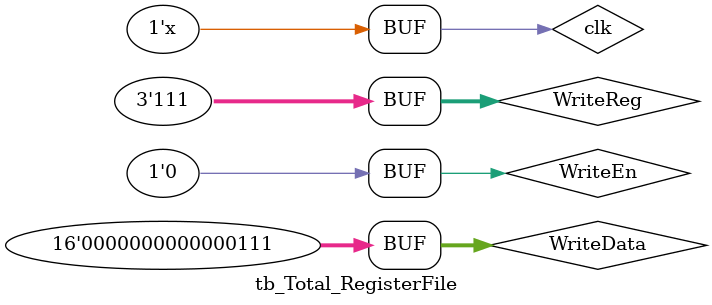
<source format=v>
`timescale 1ns / 1ps


module tb_Total_RegisterFile; //Å×½ºÆ®º¥Ä¡ ¼±¾ð

reg clk; //1bit input
reg WriteEn; //1bit input
reg [2:0] WriteReg; //3bitÀÇ µ¥ÀÌÅÍ ÀúÀå ÁÖ¼Ò
reg [15:0] WriteData; //16bitÀÇ ÀúÀåÇÒ µ¥ÀÌÅÍ
wire [15:0] Max, Min; //readÇÑ °ªÀÇ ÃÖ´ñ°ª, ÃÖ¼Ú°ª
wire Valid; //¸ðµç ¼ýÀÚ¿¡ ´ëÇØ ºñ±³°¡ ³¡³²À» ÀÇ¹Ì

initial begin //8*16bit register file¿¡ 10ns ´ÜÀ§·Î µ¥ÀÌÅÍ ÀúÀå
    clk = 1'b1; WriteEn=1'b1; WriteReg=3'h0; WriteData=16'h0; 
    #10 WriteReg=3'h1; WriteData=16'h1;
    #10 WriteReg=3'h2; WriteData=16'h2; 
    #10 WriteReg=3'h3; WriteData=16'h3;
    #10 WriteReg=3'h4; WriteData=16'h4;
    #10 WriteReg=3'h5; WriteData=16'h5;
    #10 WriteReg=3'h6; WriteData=16'h6; 
    #10 WriteReg=3'h7; WriteData=16'h7;
    #10 WriteEn=1'b0;
end

always #5 clk <= ~clk; //5ns¸¶´Ù clk °ª ¹ÝÀü

//¸ðµâ¿¡ °ª Àü´Þ
Total_RegisterFile TRF (clk, WriteEn, WriteReg, WriteData, Max, Min, Valid);

endmodule

</source>
